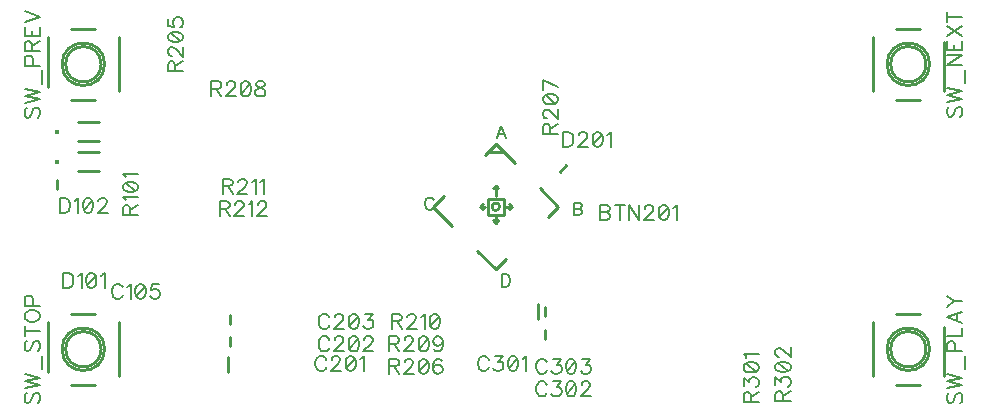
<source format=gbr>
G04 DipTrace 2.4.0.2*
%INTopSilk.gbr*%
%MOIN*%
%ADD10C,0.0098*%
%ADD21C,0.0157*%
%ADD58C,0.0077*%
%ADD59C,0.0062*%
%FSLAX44Y44*%
G04*
G70*
G90*
G75*
G01*
%LNTopSilk*%
%LPD*%
X18200Y11288D2*
D10*
X17852Y10940D1*
X19592Y12680D2*
X19940Y13028D1*
X20566Y12402D1*
X17852Y10940D2*
X18478Y10314D1*
X21680Y10592D2*
X22028Y10940D1*
X21402Y11566D2*
X22028Y10940D1*
X19314Y9478D2*
X19940Y8852D1*
X20288Y9200D2*
X19940Y8852D1*
X19692Y12779D2*
X20189D1*
X19675Y11205D2*
X20205D1*
Y10675D1*
X19675D1*
Y11205D2*
Y10675D1*
X19940Y11294D2*
Y11647D1*
X19852Y11559D1*
X19940Y11647D2*
X20028Y11558D1*
X20293Y10940D2*
X20470D1*
X20382Y10852D1*
X20470Y10940D2*
X20382Y11029D1*
X19940Y10586D2*
Y10409D1*
X20028Y10498D1*
X19940Y10409D2*
X19852Y10498D1*
X19586Y10940D2*
X19410D1*
X19498Y11028D1*
X19410Y10940D2*
X19498Y10852D1*
X19815Y10940D2*
G02X19815Y10940I125J0D01*
G01*
X5316Y11533D2*
Y11847D1*
X11026Y5434D2*
Y5946D1*
X11066Y6283D2*
Y6597D1*
Y7033D2*
Y7347D1*
X21354Y7696D2*
Y7184D1*
X21566Y6533D2*
Y6847D1*
Y7283D2*
Y7597D1*
X6005Y12755D2*
X6714D1*
X6005Y12125D2*
X6714D1*
D21*
X5316Y12440D3*
X6005Y13755D2*
D10*
X6714D1*
X6005Y13125D2*
X6714D1*
D21*
X5316Y13440D3*
X22288Y12315D2*
D10*
X22065Y12092D1*
X32981Y15690D2*
G02X32981Y15690I709J0D01*
G01*
X32509Y16596D2*
Y14784D1*
X33296Y14509D2*
X34084D1*
X34871Y14784D2*
Y16438D1*
X34084Y16871D2*
X33296D1*
X33099Y15690D2*
G02X33099Y15690I591J0D01*
G01*
X32981Y6190D2*
G02X32981Y6190I709J0D01*
G01*
X32509Y7096D2*
Y5284D1*
X33296Y5009D2*
X34084D1*
X34871Y5284D2*
Y6938D1*
X34084Y7371D2*
X33296D1*
X33099Y6190D2*
G02X33099Y6190I591J0D01*
G01*
X5481Y15690D2*
G02X5481Y15690I709J0D01*
G01*
X7371Y14784D2*
Y16596D1*
X6584Y16871D2*
X5796D1*
X5009Y16596D2*
Y14942D1*
X5796Y14509D2*
X6584D1*
X5600Y15690D2*
G02X5600Y15690I591J0D01*
G01*
X5481Y6190D2*
G02X5481Y6190I709J0D01*
G01*
X7371Y5284D2*
Y7096D1*
X6584Y7371D2*
X5796D1*
X5009Y7096D2*
Y5442D1*
X5796Y5009D2*
X6584D1*
X5600Y6190D2*
G02X5600Y6190I591J0D01*
G01*
X23410Y11001D2*
D58*
Y10498D1*
X23625D1*
X23697Y10523D1*
X23721Y10546D1*
X23745Y10594D1*
Y10666D1*
X23721Y10714D1*
X23697Y10738D1*
X23625Y10761D1*
X23697Y10786D1*
X23721Y10809D1*
X23745Y10857D1*
Y10905D1*
X23721Y10953D1*
X23697Y10977D1*
X23625Y11001D1*
X23410D1*
Y10761D2*
X23625D1*
X24067Y11001D2*
Y10498D1*
X23899Y11001D2*
X24234D1*
X24723D2*
Y10498D1*
X24389Y11001D1*
Y10498D1*
X24902Y10881D2*
Y10904D1*
X24926Y10953D1*
X24950Y10976D1*
X24998Y11000D1*
X25093D1*
X25141Y10976D1*
X25165Y10953D1*
X25189Y10904D1*
Y10857D1*
X25165Y10809D1*
X25117Y10738D1*
X24878Y10498D1*
X25213D1*
X25511Y11000D2*
X25439Y10976D1*
X25391Y10904D1*
X25367Y10785D1*
Y10713D1*
X25391Y10594D1*
X25439Y10522D1*
X25511Y10498D1*
X25558D1*
X25630Y10522D1*
X25678Y10594D1*
X25702Y10713D1*
Y10785D1*
X25678Y10904D1*
X25630Y10976D1*
X25558Y11000D1*
X25511D1*
X25678Y10904D2*
X25391Y10594D1*
X25857Y10904D2*
X25905Y10929D1*
X25976Y11000D1*
Y10498D1*
X7499Y8250D2*
X7475Y8297D1*
X7427Y8345D1*
X7380Y8369D1*
X7284D1*
X7236Y8345D1*
X7188Y8297D1*
X7164Y8250D1*
X7140Y8178D1*
Y8058D1*
X7164Y7987D1*
X7188Y7939D1*
X7236Y7891D1*
X7284Y7867D1*
X7380D1*
X7427Y7891D1*
X7475Y7939D1*
X7499Y7987D1*
X7653Y8273D2*
X7701Y8297D1*
X7773Y8369D1*
Y7867D1*
X8071Y8369D2*
X8000Y8345D1*
X7952Y8273D1*
X7928Y8154D1*
Y8082D1*
X7952Y7962D1*
X8000Y7890D1*
X8071Y7867D1*
X8119D1*
X8191Y7890D1*
X8238Y7962D1*
X8263Y8082D1*
Y8154D1*
X8238Y8273D1*
X8191Y8345D1*
X8119Y8369D1*
X8071D1*
X8238Y8273D2*
X7952Y7962D1*
X8704Y8369D2*
X8465D1*
X8441Y8154D1*
X8465Y8177D1*
X8537Y8202D1*
X8608D1*
X8680Y8177D1*
X8728Y8130D1*
X8752Y8058D1*
Y8010D1*
X8728Y7939D1*
X8680Y7890D1*
X8608Y7867D1*
X8537D1*
X8465Y7890D1*
X8441Y7915D1*
X8417Y7962D1*
X14288Y5848D2*
X14264Y5896D1*
X14216Y5944D1*
X14169Y5968D1*
X14073D1*
X14025Y5944D1*
X13977Y5896D1*
X13953Y5848D1*
X13929Y5776D1*
Y5656D1*
X13953Y5585D1*
X13977Y5537D1*
X14025Y5489D1*
X14073Y5465D1*
X14169D1*
X14216Y5489D1*
X14264Y5537D1*
X14288Y5585D1*
X14467Y5848D2*
Y5871D1*
X14491Y5919D1*
X14514Y5943D1*
X14562Y5967D1*
X14658D1*
X14706Y5943D1*
X14729Y5919D1*
X14754Y5871D1*
Y5824D1*
X14729Y5776D1*
X14682Y5704D1*
X14442Y5465D1*
X14777D1*
X15075Y5967D2*
X15004Y5943D1*
X14956Y5871D1*
X14932Y5752D1*
Y5680D1*
X14956Y5561D1*
X15004Y5489D1*
X15075Y5465D1*
X15123D1*
X15195Y5489D1*
X15242Y5561D1*
X15267Y5680D1*
Y5752D1*
X15242Y5871D1*
X15195Y5943D1*
X15123Y5967D1*
X15075D1*
X15242Y5871D2*
X14956Y5561D1*
X15421Y5871D2*
X15469Y5896D1*
X15541Y5967D1*
Y5465D1*
X14392Y6500D2*
X14368Y6547D1*
X14320Y6595D1*
X14272Y6619D1*
X14177D1*
X14128Y6595D1*
X14081Y6547D1*
X14057Y6500D1*
X14033Y6428D1*
Y6308D1*
X14057Y6237D1*
X14081Y6189D1*
X14128Y6141D1*
X14177Y6117D1*
X14272D1*
X14320Y6141D1*
X14368Y6189D1*
X14392Y6237D1*
X14570Y6499D2*
Y6523D1*
X14594Y6571D1*
X14618Y6595D1*
X14666Y6619D1*
X14761D1*
X14809Y6595D1*
X14833Y6571D1*
X14857Y6523D1*
Y6475D1*
X14833Y6427D1*
X14785Y6356D1*
X14546Y6117D1*
X14881D1*
X15179Y6619D2*
X15107Y6595D1*
X15059Y6523D1*
X15035Y6404D1*
Y6332D1*
X15059Y6212D1*
X15107Y6140D1*
X15179Y6117D1*
X15226D1*
X15298Y6140D1*
X15346Y6212D1*
X15370Y6332D1*
Y6404D1*
X15346Y6523D1*
X15298Y6595D1*
X15226Y6619D1*
X15179D1*
X15346Y6523D2*
X15059Y6212D1*
X15549Y6499D2*
Y6523D1*
X15573Y6571D1*
X15596Y6595D1*
X15644Y6619D1*
X15740D1*
X15788Y6595D1*
X15811Y6571D1*
X15836Y6523D1*
Y6475D1*
X15811Y6427D1*
X15764Y6356D1*
X15525Y6117D1*
X15859D1*
X14392Y7250D2*
X14368Y7297D1*
X14320Y7345D1*
X14272Y7369D1*
X14177D1*
X14128Y7345D1*
X14081Y7297D1*
X14057Y7250D1*
X14033Y7178D1*
Y7058D1*
X14057Y6987D1*
X14081Y6939D1*
X14128Y6891D1*
X14177Y6867D1*
X14272D1*
X14320Y6891D1*
X14368Y6939D1*
X14392Y6987D1*
X14570Y7249D2*
Y7273D1*
X14594Y7321D1*
X14618Y7345D1*
X14666Y7369D1*
X14761D1*
X14809Y7345D1*
X14833Y7321D1*
X14857Y7273D1*
Y7225D1*
X14833Y7177D1*
X14785Y7106D1*
X14546Y6867D1*
X14881D1*
X15179Y7369D2*
X15107Y7345D1*
X15059Y7273D1*
X15035Y7154D1*
Y7082D1*
X15059Y6962D1*
X15107Y6890D1*
X15179Y6867D1*
X15226D1*
X15298Y6890D1*
X15346Y6962D1*
X15370Y7082D1*
Y7154D1*
X15346Y7273D1*
X15298Y7345D1*
X15226Y7369D1*
X15179D1*
X15346Y7273D2*
X15059Y6962D1*
X15573Y7369D2*
X15835D1*
X15692Y7177D1*
X15764D1*
X15811Y7154D1*
X15835Y7130D1*
X15859Y7058D1*
Y7010D1*
X15835Y6939D1*
X15788Y6890D1*
X15716Y6867D1*
X15644D1*
X15573Y6890D1*
X15549Y6915D1*
X15525Y6962D1*
X19698Y5848D2*
X19674Y5896D1*
X19626Y5944D1*
X19578Y5968D1*
X19483D1*
X19435Y5944D1*
X19387Y5896D1*
X19363Y5848D1*
X19339Y5776D1*
Y5656D1*
X19363Y5585D1*
X19387Y5537D1*
X19435Y5489D1*
X19483Y5465D1*
X19578D1*
X19626Y5489D1*
X19674Y5537D1*
X19698Y5585D1*
X19900Y5967D2*
X20163D1*
X20020Y5776D1*
X20091D1*
X20139Y5752D1*
X20163Y5728D1*
X20187Y5656D1*
Y5609D1*
X20163Y5537D1*
X20115Y5489D1*
X20043Y5465D1*
X19971D1*
X19900Y5489D1*
X19876Y5513D1*
X19852Y5561D1*
X20485Y5967D2*
X20413Y5943D1*
X20365Y5871D1*
X20341Y5752D1*
Y5680D1*
X20365Y5561D1*
X20413Y5489D1*
X20485Y5465D1*
X20533D1*
X20604Y5489D1*
X20652Y5561D1*
X20676Y5680D1*
Y5752D1*
X20652Y5871D1*
X20604Y5943D1*
X20533Y5967D1*
X20485D1*
X20652Y5871D2*
X20365Y5561D1*
X20831Y5871D2*
X20879Y5896D1*
X20951Y5967D1*
Y5465D1*
X21642Y5000D2*
X21618Y5047D1*
X21570Y5095D1*
X21522Y5119D1*
X21427D1*
X21378Y5095D1*
X21331Y5047D1*
X21307Y5000D1*
X21283Y4928D1*
Y4808D1*
X21307Y4737D1*
X21331Y4689D1*
X21378Y4641D1*
X21427Y4617D1*
X21522D1*
X21570Y4641D1*
X21618Y4689D1*
X21642Y4737D1*
X21844Y5119D2*
X22107D1*
X21963Y4927D1*
X22035D1*
X22083Y4904D1*
X22107Y4880D1*
X22131Y4808D1*
Y4760D1*
X22107Y4689D1*
X22059Y4640D1*
X21987Y4617D1*
X21915D1*
X21844Y4640D1*
X21820Y4665D1*
X21796Y4712D1*
X22429Y5119D2*
X22357Y5095D1*
X22309Y5023D1*
X22285Y4904D1*
Y4832D1*
X22309Y4712D1*
X22357Y4640D1*
X22429Y4617D1*
X22476D1*
X22548Y4640D1*
X22596Y4712D1*
X22620Y4832D1*
Y4904D1*
X22596Y5023D1*
X22548Y5095D1*
X22476Y5119D1*
X22429D1*
X22596Y5023D2*
X22309Y4712D1*
X22799Y4999D2*
Y5023D1*
X22823Y5071D1*
X22846Y5095D1*
X22894Y5119D1*
X22990D1*
X23038Y5095D1*
X23061Y5071D1*
X23086Y5023D1*
Y4975D1*
X23061Y4927D1*
X23014Y4856D1*
X22775Y4617D1*
X23109D1*
X21642Y5750D2*
X21618Y5797D1*
X21570Y5845D1*
X21522Y5869D1*
X21427D1*
X21378Y5845D1*
X21331Y5797D1*
X21307Y5750D1*
X21283Y5678D1*
Y5558D1*
X21307Y5487D1*
X21331Y5439D1*
X21378Y5391D1*
X21427Y5367D1*
X21522D1*
X21570Y5391D1*
X21618Y5439D1*
X21642Y5487D1*
X21844Y5869D2*
X22107D1*
X21963Y5677D1*
X22035D1*
X22083Y5654D1*
X22107Y5630D1*
X22131Y5558D1*
Y5510D1*
X22107Y5439D1*
X22059Y5390D1*
X21987Y5367D1*
X21915D1*
X21844Y5390D1*
X21820Y5415D1*
X21796Y5462D1*
X22429Y5869D2*
X22357Y5845D1*
X22309Y5773D1*
X22285Y5654D1*
Y5582D1*
X22309Y5462D1*
X22357Y5390D1*
X22429Y5367D1*
X22476D1*
X22548Y5390D1*
X22596Y5462D1*
X22620Y5582D1*
Y5654D1*
X22596Y5773D1*
X22548Y5845D1*
X22476Y5869D1*
X22429D1*
X22596Y5773D2*
X22309Y5462D1*
X22823Y5869D2*
X23085D1*
X22942Y5677D1*
X23014D1*
X23061Y5654D1*
X23085Y5630D1*
X23109Y5558D1*
Y5510D1*
X23085Y5439D1*
X23038Y5390D1*
X22966Y5367D1*
X22894D1*
X22823Y5390D1*
X22799Y5415D1*
X22775Y5462D1*
X5525Y8737D2*
Y8235D1*
X5693D1*
X5765Y8259D1*
X5813Y8307D1*
X5836Y8355D1*
X5860Y8426D1*
Y8546D1*
X5836Y8618D1*
X5813Y8665D1*
X5765Y8713D1*
X5693Y8737D1*
X5525D1*
X6015Y8641D2*
X6063Y8665D1*
X6134Y8737D1*
Y8235D1*
X6433Y8737D2*
X6361Y8713D1*
X6313Y8641D1*
X6289Y8522D1*
Y8450D1*
X6313Y8330D1*
X6361Y8259D1*
X6433Y8235D1*
X6480D1*
X6552Y8259D1*
X6599Y8330D1*
X6624Y8450D1*
Y8522D1*
X6599Y8641D1*
X6552Y8713D1*
X6480Y8737D1*
X6433D1*
X6599Y8641D2*
X6313Y8330D1*
X6778Y8641D2*
X6826Y8665D1*
X6898Y8737D1*
Y8235D1*
X5418Y11237D2*
Y10735D1*
X5585D1*
X5657Y10759D1*
X5705Y10807D1*
X5729Y10855D1*
X5753Y10926D1*
Y11046D1*
X5729Y11118D1*
X5705Y11165D1*
X5657Y11213D1*
X5585Y11237D1*
X5418D1*
X5907Y11141D2*
X5955Y11165D1*
X6027Y11237D1*
Y10735D1*
X6325Y11237D2*
X6253Y11213D1*
X6205Y11141D1*
X6181Y11022D1*
Y10950D1*
X6205Y10830D1*
X6253Y10759D1*
X6325Y10735D1*
X6373D1*
X6444Y10759D1*
X6492Y10830D1*
X6516Y10950D1*
Y11022D1*
X6492Y11141D1*
X6444Y11213D1*
X6373Y11237D1*
X6325D1*
X6492Y11141D2*
X6205Y10830D1*
X6695Y11117D2*
Y11141D1*
X6719Y11189D1*
X6743Y11213D1*
X6791Y11237D1*
X6886D1*
X6934Y11213D1*
X6958Y11189D1*
X6982Y11141D1*
Y11094D1*
X6958Y11045D1*
X6910Y10974D1*
X6671Y10735D1*
X7006D1*
X22187Y13438D2*
Y12935D1*
X22355D1*
X22427Y12960D1*
X22475Y13007D1*
X22498Y13055D1*
X22522Y13127D1*
Y13247D1*
X22498Y13318D1*
X22475Y13366D1*
X22427Y13414D1*
X22355Y13438D1*
X22187D1*
X22701Y13318D2*
Y13342D1*
X22725Y13390D1*
X22748Y13413D1*
X22797Y13437D1*
X22892D1*
X22940Y13413D1*
X22963Y13390D1*
X22988Y13342D1*
Y13294D1*
X22963Y13246D1*
X22916Y13175D1*
X22677Y12935D1*
X23012D1*
X23310Y13437D2*
X23238Y13413D1*
X23190Y13342D1*
X23166Y13222D1*
Y13150D1*
X23190Y13031D1*
X23238Y12959D1*
X23310Y12935D1*
X23357D1*
X23429Y12959D1*
X23477Y13031D1*
X23501Y13150D1*
Y13222D1*
X23477Y13342D1*
X23429Y13413D1*
X23357Y13437D1*
X23310D1*
X23477Y13342D2*
X23190Y13031D1*
X23655Y13342D2*
X23703Y13366D1*
X23775Y13437D1*
Y12935D1*
X7750Y10669D2*
Y10884D1*
X7726Y10956D1*
X7702Y10980D1*
X7655Y11004D1*
X7607D1*
X7559Y10980D1*
X7535Y10956D1*
X7511Y10884D1*
Y10669D1*
X8013D1*
X7750Y10836D2*
X8013Y11004D1*
X7607Y11158D2*
X7583Y11206D1*
X7511Y11278D1*
X8013D1*
X7511Y11576D2*
X7535Y11504D1*
X7607Y11456D1*
X7726Y11433D1*
X7798D1*
X7918Y11456D1*
X7990Y11504D1*
X8013Y11576D1*
Y11624D1*
X7990Y11696D1*
X7918Y11743D1*
X7798Y11767D1*
X7726D1*
X7607Y11743D1*
X7535Y11696D1*
X7511Y11624D1*
Y11576D1*
X7607Y11743D2*
X7918Y11456D1*
X7607Y11922D2*
X7583Y11970D1*
X7511Y12042D1*
X8013D1*
X9250Y15454D2*
Y15669D1*
X9226Y15741D1*
X9202Y15765D1*
X9155Y15789D1*
X9107D1*
X9059Y15765D1*
X9035Y15741D1*
X9011Y15669D1*
Y15454D1*
X9513D1*
X9250Y15621D2*
X9513Y15789D1*
X9131Y15968D2*
X9107D1*
X9059Y15991D1*
X9035Y16015D1*
X9011Y16063D1*
Y16159D1*
X9035Y16206D1*
X9059Y16230D1*
X9107Y16254D1*
X9155D1*
X9203Y16230D1*
X9274Y16183D1*
X9513Y15943D1*
Y16278D1*
X9011Y16576D2*
X9035Y16504D1*
X9107Y16456D1*
X9226Y16433D1*
X9298D1*
X9418Y16456D1*
X9490Y16504D1*
X9513Y16576D1*
Y16624D1*
X9490Y16696D1*
X9418Y16743D1*
X9298Y16767D1*
X9226D1*
X9107Y16743D1*
X9035Y16696D1*
X9011Y16624D1*
Y16576D1*
X9107Y16743D2*
X9418Y16456D1*
X9011Y17209D2*
Y16970D1*
X9226Y16946D1*
X9203Y16970D1*
X9178Y17042D1*
Y17113D1*
X9203Y17185D1*
X9250Y17233D1*
X9322Y17257D1*
X9370D1*
X9441Y17233D1*
X9490Y17185D1*
X9513Y17113D1*
Y17042D1*
X9490Y16970D1*
X9465Y16946D1*
X9418Y16922D1*
X16385Y5630D2*
X16600D1*
X16672Y5654D1*
X16697Y5678D1*
X16720Y5725D1*
Y5773D1*
X16697Y5821D1*
X16672Y5845D1*
X16600Y5869D1*
X16385D1*
Y5367D1*
X16553Y5630D2*
X16720Y5367D1*
X16899Y5749D2*
Y5773D1*
X16923Y5821D1*
X16947Y5845D1*
X16995Y5869D1*
X17090D1*
X17138Y5845D1*
X17162Y5821D1*
X17186Y5773D1*
Y5725D1*
X17162Y5677D1*
X17114Y5606D1*
X16875Y5367D1*
X17210D1*
X17508Y5869D2*
X17436Y5845D1*
X17388Y5773D1*
X17364Y5654D1*
Y5582D1*
X17388Y5462D1*
X17436Y5390D1*
X17508Y5367D1*
X17555D1*
X17627Y5390D1*
X17675Y5462D1*
X17699Y5582D1*
Y5654D1*
X17675Y5773D1*
X17627Y5845D1*
X17555Y5869D1*
X17508D1*
X17675Y5773D2*
X17388Y5462D1*
X18140Y5797D2*
X18116Y5845D1*
X18045Y5869D1*
X17997D1*
X17925Y5845D1*
X17877Y5773D1*
X17853Y5654D1*
Y5534D1*
X17877Y5439D1*
X17925Y5390D1*
X17997Y5367D1*
X18021D1*
X18092Y5390D1*
X18140Y5439D1*
X18164Y5510D1*
Y5534D1*
X18140Y5606D1*
X18092Y5654D1*
X18021Y5677D1*
X17997D1*
X17925Y5654D1*
X17877Y5606D1*
X17853Y5534D1*
X21750Y13373D2*
Y13588D1*
X21726Y13660D1*
X21702Y13684D1*
X21655Y13708D1*
X21607D1*
X21559Y13684D1*
X21535Y13660D1*
X21511Y13588D1*
Y13373D1*
X22013D1*
X21750Y13541D2*
X22013Y13708D1*
X21631Y13887D2*
X21607D1*
X21559Y13911D1*
X21535Y13934D1*
X21511Y13982D1*
Y14078D1*
X21535Y14126D1*
X21559Y14149D1*
X21607Y14174D1*
X21655D1*
X21703Y14149D1*
X21774Y14102D1*
X22013Y13863D1*
Y14197D1*
X21511Y14496D2*
X21535Y14424D1*
X21607Y14376D1*
X21726Y14352D1*
X21798D1*
X21918Y14376D1*
X21990Y14424D1*
X22013Y14496D1*
Y14543D1*
X21990Y14615D1*
X21918Y14662D1*
X21798Y14687D1*
X21726D1*
X21607Y14662D1*
X21535Y14615D1*
X21511Y14543D1*
Y14496D1*
X21607Y14662D2*
X21918Y14376D1*
X22013Y14937D2*
X21511Y15176D1*
Y14841D1*
X10454Y14880D2*
X10669D1*
X10741Y14904D1*
X10765Y14928D1*
X10789Y14975D1*
Y15023D1*
X10765Y15071D1*
X10741Y15095D1*
X10669Y15119D1*
X10454D1*
Y14617D1*
X10622Y14880D2*
X10789Y14617D1*
X10968Y14999D2*
Y15023D1*
X10992Y15071D1*
X11015Y15095D1*
X11063Y15119D1*
X11159D1*
X11207Y15095D1*
X11230Y15071D1*
X11255Y15023D1*
Y14975D1*
X11230Y14927D1*
X11183Y14856D1*
X10944Y14617D1*
X11278D1*
X11577Y15119D2*
X11505Y15095D1*
X11457Y15023D1*
X11433Y14904D1*
Y14832D1*
X11457Y14712D1*
X11505Y14640D1*
X11577Y14617D1*
X11624D1*
X11696Y14640D1*
X11743Y14712D1*
X11768Y14832D1*
Y14904D1*
X11743Y15023D1*
X11696Y15095D1*
X11624Y15119D1*
X11577D1*
X11743Y15023D2*
X11457Y14712D1*
X12042Y15119D2*
X11970Y15095D1*
X11946Y15047D1*
Y14999D1*
X11970Y14952D1*
X12018Y14927D1*
X12113Y14904D1*
X12185Y14880D1*
X12233Y14832D1*
X12257Y14784D1*
Y14712D1*
X12233Y14665D1*
X12209Y14640D1*
X12137Y14617D1*
X12042D1*
X11970Y14640D1*
X11946Y14665D1*
X11922Y14712D1*
Y14784D1*
X11946Y14832D1*
X11994Y14880D1*
X12065Y14904D1*
X12161Y14927D1*
X12209Y14952D1*
X12233Y14999D1*
Y15047D1*
X12209Y15095D1*
X12137Y15119D1*
X12042D1*
X16385Y6380D2*
X16600D1*
X16672Y6404D1*
X16696Y6428D1*
X16720Y6475D1*
Y6523D1*
X16696Y6571D1*
X16672Y6595D1*
X16600Y6619D1*
X16385D1*
Y6117D1*
X16553Y6380D2*
X16720Y6117D1*
X16899Y6499D2*
Y6523D1*
X16922Y6571D1*
X16946Y6595D1*
X16994Y6619D1*
X17090D1*
X17137Y6595D1*
X17161Y6571D1*
X17186Y6523D1*
Y6475D1*
X17161Y6427D1*
X17114Y6356D1*
X16874Y6117D1*
X17209D1*
X17507Y6619D2*
X17436Y6595D1*
X17387Y6523D1*
X17364Y6404D1*
Y6332D1*
X17387Y6212D1*
X17436Y6140D1*
X17507Y6117D1*
X17555D1*
X17627Y6140D1*
X17674Y6212D1*
X17699Y6332D1*
Y6404D1*
X17674Y6523D1*
X17627Y6595D1*
X17555Y6619D1*
X17507D1*
X17674Y6523D2*
X17387Y6212D1*
X18164Y6452D2*
X18140Y6380D1*
X18092Y6332D1*
X18021Y6308D1*
X17997D1*
X17925Y6332D1*
X17877Y6380D1*
X17853Y6452D1*
Y6475D1*
X17877Y6547D1*
X17925Y6595D1*
X17997Y6619D1*
X18021D1*
X18092Y6595D1*
X18140Y6547D1*
X18164Y6452D1*
Y6332D1*
X18140Y6212D1*
X18092Y6140D1*
X18021Y6117D1*
X17973D1*
X17901Y6140D1*
X17877Y6189D1*
X16481Y7130D2*
X16696D1*
X16768Y7154D1*
X16792Y7178D1*
X16816Y7225D1*
Y7273D1*
X16792Y7321D1*
X16768Y7345D1*
X16696Y7369D1*
X16481D1*
Y6867D1*
X16648Y7130D2*
X16816Y6867D1*
X16994Y7249D2*
Y7273D1*
X17018Y7321D1*
X17042Y7345D1*
X17090Y7369D1*
X17186D1*
X17233Y7345D1*
X17257Y7321D1*
X17281Y7273D1*
Y7225D1*
X17257Y7177D1*
X17209Y7106D1*
X16970Y6867D1*
X17305D1*
X17459Y7273D2*
X17507Y7297D1*
X17579Y7369D1*
Y6867D1*
X17877Y7369D2*
X17806Y7345D1*
X17757Y7273D1*
X17734Y7154D1*
Y7082D1*
X17757Y6962D1*
X17806Y6890D1*
X17877Y6867D1*
X17925D1*
X17997Y6890D1*
X18044Y6962D1*
X18069Y7082D1*
Y7154D1*
X18044Y7273D1*
X17997Y7345D1*
X17925Y7369D1*
X17877D1*
X18044Y7273D2*
X17757Y6962D1*
X10838Y11630D2*
X11053D1*
X11125Y11654D1*
X11149Y11678D1*
X11173Y11725D1*
Y11773D1*
X11149Y11821D1*
X11125Y11845D1*
X11053Y11869D1*
X10838D1*
Y11367D1*
X11006Y11630D2*
X11173Y11367D1*
X11352Y11749D2*
Y11773D1*
X11376Y11821D1*
X11399Y11845D1*
X11447Y11869D1*
X11543D1*
X11591Y11845D1*
X11614Y11821D1*
X11639Y11773D1*
Y11725D1*
X11614Y11677D1*
X11567Y11606D1*
X11328Y11367D1*
X11662D1*
X11817Y11773D2*
X11865Y11797D1*
X11937Y11869D1*
Y11367D1*
X12091Y11773D2*
X12139Y11797D1*
X12211Y11869D1*
Y11367D1*
X10731Y10880D2*
X10946D1*
X11018Y10904D1*
X11042Y10928D1*
X11066Y10975D1*
Y11023D1*
X11042Y11071D1*
X11018Y11095D1*
X10946Y11119D1*
X10731D1*
Y10617D1*
X10898Y10880D2*
X11066Y10617D1*
X11244Y10999D2*
Y11023D1*
X11268Y11071D1*
X11292Y11095D1*
X11340Y11119D1*
X11436D1*
X11483Y11095D1*
X11507Y11071D1*
X11531Y11023D1*
Y10975D1*
X11507Y10927D1*
X11459Y10856D1*
X11220Y10617D1*
X11555D1*
X11709Y11023D2*
X11757Y11047D1*
X11829Y11119D1*
Y10617D1*
X12008Y10999D2*
Y11023D1*
X12032Y11071D1*
X12056Y11095D1*
X12104Y11119D1*
X12199D1*
X12247Y11095D1*
X12271Y11071D1*
X12295Y11023D1*
Y10975D1*
X12271Y10927D1*
X12223Y10856D1*
X11984Y10617D1*
X12319D1*
X28438Y4436D2*
Y4651D1*
X28413Y4723D1*
X28390Y4748D1*
X28342Y4771D1*
X28294D1*
X28246Y4748D1*
X28222Y4723D1*
X28198Y4651D1*
Y4436D1*
X28701D1*
X28438Y4604D2*
X28701Y4771D1*
X28199Y4974D2*
Y5236D1*
X28390Y5093D1*
Y5165D1*
X28414Y5213D1*
X28438Y5236D1*
X28510Y5261D1*
X28557D1*
X28629Y5236D1*
X28677Y5189D1*
X28701Y5117D1*
Y5045D1*
X28677Y4974D1*
X28653Y4950D1*
X28605Y4926D1*
X28199Y5559D2*
X28223Y5487D1*
X28295Y5439D1*
X28414Y5415D1*
X28486D1*
X28605Y5439D1*
X28677Y5487D1*
X28701Y5559D1*
Y5606D1*
X28677Y5678D1*
X28605Y5726D1*
X28486Y5750D1*
X28414D1*
X28295Y5726D1*
X28223Y5678D1*
X28199Y5606D1*
Y5559D1*
X28295Y5726D2*
X28605Y5439D1*
X28295Y5904D2*
X28270Y5952D1*
X28199Y6024D1*
X28701D1*
X29500Y4454D2*
Y4669D1*
X29476Y4741D1*
X29452Y4765D1*
X29405Y4789D1*
X29357D1*
X29309Y4765D1*
X29285Y4741D1*
X29261Y4669D1*
Y4454D1*
X29763D1*
X29500Y4621D2*
X29763Y4789D1*
X29261Y4991D2*
Y5254D1*
X29453Y5111D1*
Y5183D1*
X29476Y5230D1*
X29500Y5254D1*
X29572Y5278D1*
X29620D1*
X29691Y5254D1*
X29740Y5206D1*
X29763Y5134D1*
Y5063D1*
X29740Y4991D1*
X29715Y4968D1*
X29668Y4943D1*
X29261Y5576D2*
X29285Y5504D1*
X29357Y5456D1*
X29476Y5433D1*
X29548D1*
X29668Y5456D1*
X29740Y5504D1*
X29763Y5576D1*
Y5624D1*
X29740Y5696D1*
X29668Y5743D1*
X29548Y5767D1*
X29476D1*
X29357Y5743D1*
X29285Y5696D1*
X29261Y5624D1*
Y5576D1*
X29357Y5743D2*
X29668Y5456D1*
X29381Y5946D2*
X29357D1*
X29309Y5970D1*
X29285Y5994D1*
X29261Y6042D1*
Y6137D1*
X29285Y6185D1*
X29309Y6209D1*
X29357Y6233D1*
X29405D1*
X29453Y6209D1*
X29524Y6161D1*
X29763Y5922D1*
Y6257D1*
X35059Y14270D2*
X35011Y14223D1*
X34987Y14151D1*
Y14055D1*
X35011Y13983D1*
X35059Y13935D1*
X35107D1*
X35155Y13959D1*
X35179Y13983D1*
X35202Y14031D1*
X35250Y14174D1*
X35274Y14223D1*
X35298Y14246D1*
X35346Y14270D1*
X35418D1*
X35465Y14223D1*
X35490Y14151D1*
Y14055D1*
X35465Y13983D1*
X35418Y13935D1*
X34987Y14425D2*
X35490Y14544D1*
X34987Y14664D1*
X35490Y14783D1*
X34987Y14903D1*
X35573Y15058D2*
Y15512D1*
X34987Y16001D2*
X35490D1*
X34987Y15666D1*
X35490D1*
X34987Y16466D2*
Y16156D1*
X35490D1*
Y16466D1*
X35227Y16156D2*
Y16347D1*
X34987Y16621D2*
X35490Y16956D1*
X34987D2*
X35490Y16621D1*
X34987Y17277D2*
X35490D1*
X34987Y17110D2*
Y17445D1*
X35059Y4734D2*
X35011Y4687D1*
X34987Y4615D1*
Y4519D1*
X35011Y4447D1*
X35059Y4399D1*
X35107D1*
X35155Y4424D1*
X35179Y4447D1*
X35202Y4495D1*
X35250Y4639D1*
X35274Y4687D1*
X35298Y4710D1*
X35346Y4734D1*
X35418D1*
X35465Y4687D1*
X35490Y4615D1*
Y4519D1*
X35465Y4447D1*
X35418Y4399D1*
X34987Y4889D2*
X35490Y5009D1*
X34987Y5128D1*
X35490Y5247D1*
X34987Y5367D1*
X35573Y5522D2*
Y5976D1*
X35250Y6130D2*
Y6346D1*
X35227Y6417D1*
X35202Y6441D1*
X35155Y6465D1*
X35083D1*
X35035Y6441D1*
X35011Y6417D1*
X34987Y6346D1*
Y6130D1*
X35490D1*
X34987Y6620D2*
X35490D1*
Y6906D1*
Y7444D2*
X34987Y7252D1*
X35490Y7061D1*
X35322Y7133D2*
Y7372D1*
X34987Y7598D2*
X35227Y7790D1*
X35490D1*
X34987Y7981D2*
X35227Y7790D1*
X4309Y14246D2*
X4261Y14199D1*
X4237Y14127D1*
Y14031D1*
X4261Y13959D1*
X4309Y13911D1*
X4357D1*
X4405Y13936D1*
X4429Y13959D1*
X4452Y14007D1*
X4500Y14151D1*
X4524Y14199D1*
X4548Y14223D1*
X4596Y14246D1*
X4668D1*
X4715Y14199D1*
X4740Y14127D1*
Y14031D1*
X4715Y13959D1*
X4668Y13911D1*
X4237Y14401D2*
X4740Y14521D1*
X4237Y14640D1*
X4740Y14759D1*
X4237Y14879D1*
X4823Y15034D2*
Y15488D1*
X4500Y15642D2*
Y15858D1*
X4477Y15929D1*
X4452Y15954D1*
X4405Y15977D1*
X4333D1*
X4285Y15954D1*
X4261Y15929D1*
X4237Y15858D1*
Y15642D1*
X4740D1*
X4477Y16132D2*
Y16347D1*
X4452Y16419D1*
X4429Y16443D1*
X4381Y16467D1*
X4333D1*
X4285Y16443D1*
X4261Y16419D1*
X4237Y16347D1*
Y16132D1*
X4740D1*
X4477Y16299D2*
X4740Y16467D1*
X4237Y16932D2*
Y16621D1*
X4740D1*
Y16932D1*
X4477Y16621D2*
Y16812D1*
X4237Y17086D2*
X4740Y17277D1*
X4237Y17469D1*
X4309Y4734D2*
X4261Y4687D1*
X4237Y4615D1*
Y4519D1*
X4261Y4447D1*
X4309Y4399D1*
X4357D1*
X4405Y4424D1*
X4429Y4447D1*
X4452Y4495D1*
X4500Y4639D1*
X4524Y4687D1*
X4548Y4710D1*
X4596Y4734D1*
X4668D1*
X4715Y4687D1*
X4740Y4615D1*
Y4519D1*
X4715Y4447D1*
X4668Y4399D1*
X4237Y4889D2*
X4740Y5009D1*
X4237Y5128D1*
X4740Y5247D1*
X4237Y5367D1*
X4823Y5522D2*
Y5976D1*
X4309Y6465D2*
X4261Y6418D1*
X4237Y6346D1*
Y6250D1*
X4261Y6178D1*
X4309Y6130D1*
X4357D1*
X4405Y6155D1*
X4429Y6178D1*
X4452Y6226D1*
X4500Y6370D1*
X4524Y6418D1*
X4548Y6441D1*
X4596Y6465D1*
X4668D1*
X4715Y6418D1*
X4740Y6346D1*
Y6250D1*
X4715Y6178D1*
X4668Y6130D1*
X4237Y6787D2*
X4740D1*
X4237Y6620D2*
Y6955D1*
Y7253D2*
X4261Y7205D1*
X4309Y7157D1*
X4357Y7133D1*
X4429Y7109D1*
X4548D1*
X4620Y7133D1*
X4668Y7157D1*
X4715Y7205D1*
X4740Y7253D1*
Y7348D1*
X4715Y7396D1*
X4668Y7444D1*
X4620Y7468D1*
X4548Y7491D1*
X4429D1*
X4357Y7468D1*
X4309Y7444D1*
X4261Y7396D1*
X4237Y7348D1*
Y7253D1*
X4500Y7646D2*
Y7861D1*
X4477Y7933D1*
X4452Y7957D1*
X4405Y7981D1*
X4333D1*
X4285Y7957D1*
X4261Y7933D1*
X4237Y7861D1*
Y7646D1*
X4740D1*
X20278Y13231D2*
D59*
X20124Y13633D1*
X19971Y13231D1*
X20029Y13365D2*
X20220D1*
X22534Y11069D2*
Y10667D1*
X22706D1*
X22764Y10687D1*
X22783Y10706D1*
X22802Y10744D1*
Y10801D1*
X22783Y10840D1*
X22764Y10859D1*
X22706Y10878D1*
X22764Y10897D1*
X22783Y10916D1*
X22802Y10954D1*
Y10993D1*
X22783Y11031D1*
X22764Y11050D1*
X22706Y11069D1*
X22534D1*
Y10878D2*
X22706D1*
X17871Y11151D2*
X17852Y11189D1*
X17814Y11227D1*
X17776Y11246D1*
X17699D1*
X17661Y11227D1*
X17623Y11189D1*
X17603Y11151D1*
X17584Y11093D1*
Y10997D1*
X17603Y10940D1*
X17623Y10902D1*
X17661Y10864D1*
X17699Y10844D1*
X17776D1*
X17814Y10864D1*
X17852Y10902D1*
X17871Y10940D1*
X20148Y8683D2*
Y8281D1*
X20281D1*
X20339Y8301D1*
X20377Y8339D1*
X20396Y8377D1*
X20415Y8434D1*
Y8530D1*
X20396Y8587D1*
X20377Y8626D1*
X20339Y8664D1*
X20281Y8683D1*
X20148D1*
M02*

</source>
